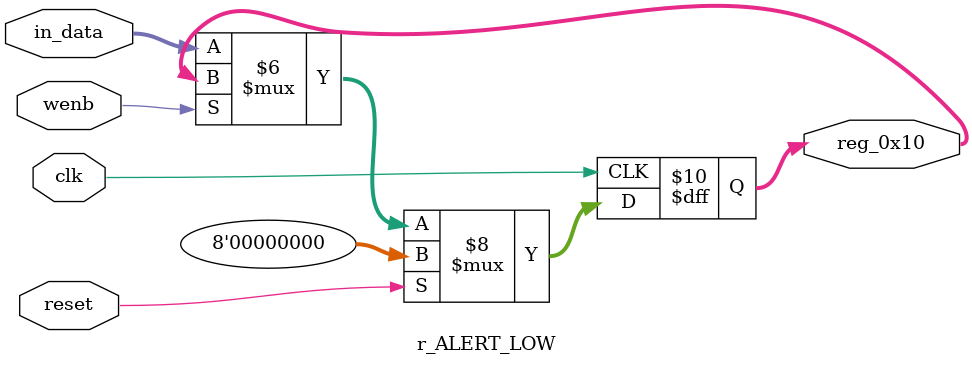
<source format=v>
module r_ALERT_LOW(output reg [7:0] reg_0x10, input wire reset, input wire wenb, input wire [7:0] in_data, input wire clk);
	always@(posedge clk)
	begin
		if(reset==0) begin
			if(wenb==0)
				reg_0x10<=in_data;
			else
				reg_0x10<=reg_0x10;
		end
		else
			reg_0x10<=8'h00;
	end
endmodule
</source>
